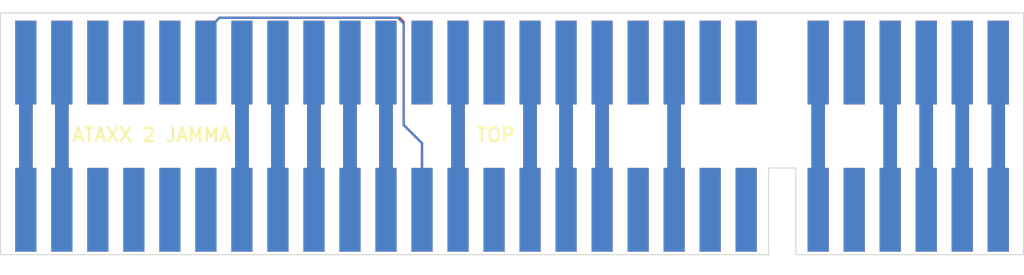
<source format=kicad_pcb>
(kicad_pcb (version 20221018) (generator pcbnew)
  (layers (0 "F.Cu" signal) (31 "B.Cu" signal) (34 "B.Paste" user) (35 "F.Paste" user) (36 "B.SilkS" user "B.Silkscreen") (37 "F.SilkS" user "F.Silkscreen") (38 "B.Mask" user) (39 "F.Mask" user) (44 "Edge.Cuts" user))
  (net 0 "")
  (net 1 "Net-(U1-GND-Pad1)")
  (net 2 "Net-(U1-GND-Pad2)")
  (net 3 "Net-(U1-+5V-Pad3)")
  (net 4 "Net-(U1-+5V-Pad4)")
  (net 6 "Net-(U1-+12V-Pad6)")
  (net 9 "Net-(U1-SPEAKER(+))")
  (net 11 "Net-(U1-VIDEO_RED)")
  (net 12 "Net-(U1-VIDEO_BLUE)")
  (net 13 "Net-(U1-VIDEO_GND)")
  (net 15 "Net-(U1-COIN_1)")
  (net 16 "Net-(U1-P1_START)")
  (net 17 "Net-(U1-P1_UP)")
  (net 18 "Net-(U1-P1_DOWN)")
  (net 19 "Net-(U1-P1_LEFT)")
  (net 20 "Net-(U1-P1_RIGHT)")
  (net 21 "Net-(U1-P1_BUTTON_1)")
  (net 26 "Net-(U1-GND-Pad27)")
  (net 27 "Net-(U1-GND-Pad28)")
  (net 28 "Net-(U1-GND-PadA)")
  (net 29 "Net-(U1-GND-PadB)")
  (net 30 "Net-(U1-+5V-PadC)")
  (net 31 "Net-(U1-+5V-PadD)")
  (net 33 "Net-(U1-+12V-PadF)")
  (net 36 "Net-(U1-SPEAKER(-))")
  (net 38 "Net-(U1-VIDEO_GREEN)")
  (net 39 "Net-(U1-VIDEO_SYNC)")
  (net 40 "Net-(U1-SERVICE)")
  (net 42 "Net-(U1-COIN_2)")
  (net 43 "Net-(U1-P2_START)")
  (net 44 "Net-(U1-P2_UP)")
  (net 45 "Net-(U1-P2_DOWN)")
  (net 46 "Net-(U1-P2_LEFT)")
  (net 47 "Net-(U1-P2_RIGHT)")
  (net 48 "Net-(U1-P2_BUTTON_1)")
  (net 53 "Net-(U1-GND-Pade)")
  (net 54 "Net-(U1-GND-Padf)")
  (footprint "Jamma:JAMMA" (layer "F.Cu") (at 159.435 79.635 180)
    (fp_text reference "U2" hide)
    (fp_text value "ATAXX")
    (pad "1" smd rect (at -53.34 0 180) (size 2.33 9.22) (layers "F.Cu" "F.Paste" "F.Mask") (net 1 "Net-(U1-GND-Pad1)"))
    (pad "2" smd rect (at -49.38 0 180) (size 2.33 9.22) (layers "F.Cu" "F.Paste" "F.Mask") (net 2 "Net-(U1-GND-Pad2)"))
    (pad "3" smd rect (at -45.42 0 180) (size 2.33 9.22) (layers "F.Cu" "F.Paste" "F.Mask") (net 3 "Net-(U1-+5V-Pad3)"))
    (pad "4" smd rect (at -41.46 0 180) (size 2.33 9.22) (layers "F.Cu" "F.Paste" "F.Mask") (net 4 "Net-(U1-+5V-Pad4)"))
    (pad "5" smd rect (at -37.5 0 180) (size 2.33 9.22) (layers "F.Cu" "F.Paste" "F.Mask"))
    (pad "6" smd rect (at -33.54 0 180) (size 2.33 9.22) (layers "F.Cu" "F.Paste" "F.Mask") (net 6 "Net-(U1-+12V-Pad6)"))
    (pad "8" smd rect (at -25.62 0 180) (size 2.33 9.22) (layers "F.Cu" "F.Paste" "F.Mask"))
    (pad "9" smd rect (at -21.66 0 180) (size 2.33 9.22) (layers "F.Cu" "F.Paste" "F.Mask"))
    (pad "10" smd rect (at -17.7 0 180) (size 2.33 9.22) (layers "F.Cu" "F.Paste" "F.Mask") (net 9 "Net-(U1-SPEAKER(+))"))
    (pad "11" smd rect (at -13.74 0 180) (size 2.33 9.22) (layers "F.Cu" "F.Paste" "F.Mask"))
    (pad "12" smd rect (at -9.78 0 180) (size 2.33 9.22) (layers "F.Cu" "F.Paste" "F.Mask") (net 11 "Net-(U1-VIDEO_RED)"))
    (pad "13" smd rect (at -5.82 0 180) (size 2.33 9.22) (layers "F.Cu" "F.Paste" "F.Mask") (net 12 "Net-(U1-VIDEO_BLUE)"))
    (pad "14" smd rect (at -1.86 0 180) (size 2.33 9.22) (layers "F.Cu" "F.Paste" "F.Mask") (net 13 "Net-(U1-VIDEO_GND)"))
    (pad "15" smd rect (at 2.1 0 180) (size 2.33 9.22) (layers "F.Cu" "F.Paste" "F.Mask"))
    (pad "16" smd rect (at 6.06 0 180) (size 2.33 9.22) (layers "F.Cu" "F.Paste" "F.Mask") (net 15 "Net-(U1-COIN_1)"))
    (pad "17" smd rect (at 10.02 0 180) (size 2.33 9.22) (layers "F.Cu" "F.Paste" "F.Mask"))
    (pad "18" smd rect (at 13.98 0 180) (size 2.33 9.22) (layers "F.Cu" "F.Paste" "F.Mask") (net 17 "Net-(U1-P1_UP)"))
    (pad "19" smd rect (at 17.94 0 180) (size 2.33 9.22) (layers "F.Cu" "F.Paste" "F.Mask") (net 18 "Net-(U1-P1_DOWN)"))
    (pad "20" smd rect (at 21.9 0 180) (size 2.33 9.22) (layers "F.Cu" "F.Paste" "F.Mask") (net 19 "Net-(U1-P1_LEFT)"))
    (pad "21" smd rect (at 25.86 0 180) (size 2.33 9.22) (layers "F.Cu" "F.Paste" "F.Mask") (net 20 "Net-(U1-P1_RIGHT)"))
    (pad "22" smd rect (at 29.82 0 180) (size 2.33 9.22) (layers "F.Cu" "F.Paste" "F.Mask") (net 21 "Net-(U1-P1_BUTTON_1)"))
    (pad "23" smd rect (at 33.78 0 180) (size 2.33 9.22) (layers "F.Cu" "F.Paste" "F.Mask") (net 16 "Net-(U1-P1_START)"))
    (pad "24" smd rect (at 37.74 0 180) (size 2.33 9.22) (layers "F.Cu" "F.Paste" "F.Mask"))
    (pad "25" smd rect (at 41.7 0 180) (size 2.33 9.22) (layers "F.Cu" "F.Paste" "F.Mask"))
    (pad "26" smd rect (at 45.66 0 180) (size 2.33 9.22) (layers "F.Cu" "F.Paste" "F.Mask"))
    (pad "27" smd rect (at 49.62 0 180) (size 2.33 9.22) (layers "F.Cu" "F.Paste" "F.Mask") (net 26 "Net-(U1-GND-Pad27)"))
    (pad "28" smd rect (at 53.58 0 180) (size 2.33 9.22) (layers "F.Cu" "F.Paste" "F.Mask") (net 27 "Net-(U1-GND-Pad28)"))
    (pad "A" smd rect (at -53.34 0 180) (size 2.33 9.22) (layers "B.Cu" "B.Paste" "B.Mask") (net 28 "Net-(U1-GND-PadA)"))
    (pad "B" smd rect (at -49.38 0 180) (size 2.33 9.22) (layers "B.Cu" "B.Paste" "B.Mask") (net 29 "Net-(U1-GND-PadB)"))
    (pad "C" smd rect (at -45.42 0 180) (size 2.33 9.22) (layers "B.Cu" "B.Paste" "B.Mask") (net 30 "Net-(U1-+5V-PadC)"))
    (pad "D" smd rect (at -41.46 0 180) (size 2.33 9.22) (layers "B.Cu" "B.Paste" "B.Mask") (net 31 "Net-(U1-+5V-PadD)"))
    (pad "E" smd rect (at -37.5 0 180) (size 2.33 9.22) (layers "B.Cu" "B.Paste" "B.Mask"))
    (pad "F" smd rect (at -33.54 0 180) (size 2.33 9.22) (layers "B.Cu" "B.Paste" "B.Mask") (net 33 "Net-(U1-+12V-PadF)"))
    (pad "J" smd rect (at -25.62 0 180) (size 2.33 9.22) (layers "B.Cu" "B.Paste" "B.Mask"))
    (pad "K" smd rect (at -21.66 0 180) (size 2.33 9.22) (layers "B.Cu" "B.Paste" "B.Mask"))
    (pad "L" smd rect (at -17.7 0 180) (size 2.33 9.22) (layers "B.Cu" "B.Paste" "B.Mask") (net 36 "Net-(U1-SPEAKER(-))"))
    (pad "M" smd rect (at -13.74 0 180) (size 2.33 9.22) (layers "B.Cu" "B.Paste" "B.Mask"))
    (pad "N" smd rect (at -9.78 0 180) (size 2.33 9.22) (layers "B.Cu" "B.Paste" "B.Mask") (net 38 "Net-(U1-VIDEO_GREEN)"))
    (pad "P" smd rect (at -5.82 0 180) (size 2.33 9.22) (layers "B.Cu" "B.Paste" "B.Mask") (net 39 "Net-(U1-VIDEO_SYNC)"))
    (pad "R" smd rect (at -1.86 0 180) (size 2.33 9.22) (layers "B.Cu" "B.Paste" "B.Mask") (net 40 "Net-(U1-SERVICE)"))
    (pad "S" smd rect (at 2.1 0 180) (size 2.33 9.22) (layers "B.Cu" "B.Paste" "B.Mask"))
    (pad "T" smd rect (at 6.06 0 180) (size 2.33 9.22) (layers "B.Cu" "B.Paste" "B.Mask") (net 42 "Net-(U1-COIN_2)"))
    (pad "U" smd rect (at 10.02 0 180) (size 2.33 9.22) (layers "B.Cu" "B.Paste" "B.Mask"))
    (pad "V" smd rect (at 13.98 0 180) (size 2.33 9.22) (layers "B.Cu" "B.Paste" "B.Mask") (net 44 "Net-(U1-P2_UP)"))
    (pad "W" smd rect (at 17.94 0 180) (size 2.33 9.22) (layers "B.Cu" "B.Paste" "B.Mask") (net 45 "Net-(U1-P2_DOWN)"))
    (pad "X" smd rect (at 21.9 0 180) (size 2.33 9.22) (layers "B.Cu" "B.Paste" "B.Mask") (net 46 "Net-(U1-P2_LEFT)"))
    (pad "Y" smd rect (at 25.86 0 180) (size 2.33 9.22) (layers "B.Cu" "B.Paste" "B.Mask") (net 47 "Net-(U1-P2_RIGHT)"))
    (pad "Z" smd rect (at 29.82 0 180) (size 2.33 9.22) (layers "B.Cu" "B.Paste" "B.Mask") (net 48 "Net-(U1-P2_BUTTON_1)"))
    (pad "a" smd rect (at 33.78 0 180) (size 2.33 9.22) (layers "B.Cu" "B.Paste" "B.Mask") (net 43 "Net-(U1-P2_START)"))
    (pad "b" smd rect (at 37.74 0 180) (size 2.33 9.22) (layers "B.Cu" "B.Paste" "B.Mask"))
    (pad "c" smd rect (at 41.7 0 180) (size 2.33 9.22) (layers "B.Cu" "B.Paste" "B.Mask"))
    (pad "d" smd rect (at 45.66 0 180) (size 2.33 9.22) (layers "B.Cu" "B.Paste" "B.Mask"))
    (pad "e" smd rect (at 49.62 0 180) (size 2.33 9.22) (layers "B.Cu" "B.Paste" "B.Mask") (net 53 "Net-(U1-GND-Pade)"))
    (pad "f" smd rect (at 53.58 0 180) (size 2.33 9.22) (layers "B.Cu" "B.Paste" "B.Mask") (net 54 "Net-(U1-GND-Padf)"))
  )
  (footprint "Jamma:JAMMA" (layer "F.Cu") (at 159.435 95.855 180)
    (fp_text reference "U1" hide)
    (fp_text value "JAMMA")
    (pad "1" smd rect (at -53.34 0 180) (size 2.33 9.22) (layers "F.Cu" "F.Paste" "F.Mask") (net 1 "Net-(U1-GND-Pad1)"))
    (pad "2" smd rect (at -49.38 0 180) (size 2.33 9.22) (layers "F.Cu" "F.Paste" "F.Mask") (net 2 "Net-(U1-GND-Pad2)"))
    (pad "3" smd rect (at -45.42 0 180) (size 2.33 9.22) (layers "F.Cu" "F.Paste" "F.Mask") (net 3 "Net-(U1-+5V-Pad3)"))
    (pad "4" smd rect (at -41.46 0 180) (size 2.33 9.22) (layers "F.Cu" "F.Paste" "F.Mask") (net 4 "Net-(U1-+5V-Pad4)"))
    (pad "5" smd rect (at -37.5 0 180) (size 2.33 9.22) (layers "F.Cu" "F.Paste" "F.Mask"))
    (pad "6" smd rect (at -33.54 0 180) (size 2.33 9.22) (layers "F.Cu" "F.Paste" "F.Mask") (net 6 "Net-(U1-+12V-Pad6)"))
    (pad "8" smd rect (at -25.62 0 180) (size 2.33 9.22) (layers "F.Cu" "F.Paste" "F.Mask"))
    (pad "9" smd rect (at -21.66 0 180) (size 2.33 9.22) (layers "F.Cu" "F.Paste" "F.Mask"))
    (pad "10" smd rect (at -17.7 0 180) (size 2.33 9.22) (layers "F.Cu" "F.Paste" "F.Mask") (net 9 "Net-(U1-SPEAKER(+))"))
    (pad "11" smd rect (at -13.74 0 180) (size 2.33 9.22) (layers "F.Cu" "F.Paste" "F.Mask"))
    (pad "12" smd rect (at -9.78 0 180) (size 2.33 9.22) (layers "F.Cu" "F.Paste" "F.Mask") (net 11 "Net-(U1-VIDEO_RED)"))
    (pad "13" smd rect (at -5.82 0 180) (size 2.33 9.22) (layers "F.Cu" "F.Paste" "F.Mask") (net 12 "Net-(U1-VIDEO_BLUE)"))
    (pad "14" smd rect (at -1.86 0 180) (size 2.33 9.22) (layers "F.Cu" "F.Paste" "F.Mask") (net 13 "Net-(U1-VIDEO_GND)"))
    (pad "15" smd rect (at 2.1 0 180) (size 2.33 9.22) (layers "F.Cu" "F.Paste" "F.Mask"))
    (pad "16" smd rect (at 6.06 0 180) (size 2.33 9.22) (layers "F.Cu" "F.Paste" "F.Mask") (net 15 "Net-(U1-COIN_1)"))
    (pad "17" smd rect (at 10.02 0 180) (size 2.33 9.22) (layers "F.Cu" "F.Paste" "F.Mask") (net 16 "Net-(U1-P1_START)"))
    (pad "18" smd rect (at 13.98 0 180) (size 2.33 9.22) (layers "F.Cu" "F.Paste" "F.Mask") (net 17 "Net-(U1-P1_UP)"))
    (pad "19" smd rect (at 17.94 0 180) (size 2.33 9.22) (layers "F.Cu" "F.Paste" "F.Mask") (net 18 "Net-(U1-P1_DOWN)"))
    (pad "20" smd rect (at 21.9 0 180) (size 2.33 9.22) (layers "F.Cu" "F.Paste" "F.Mask") (net 19 "Net-(U1-P1_LEFT)"))
    (pad "21" smd rect (at 25.86 0 180) (size 2.33 9.22) (layers "F.Cu" "F.Paste" "F.Mask") (net 20 "Net-(U1-P1_RIGHT)"))
    (pad "22" smd rect (at 29.82 0 180) (size 2.33 9.22) (layers "F.Cu" "F.Paste" "F.Mask") (net 21 "Net-(U1-P1_BUTTON_1)"))
    (pad "23" smd rect (at 33.78 0 180) (size 2.33 9.22) (layers "F.Cu" "F.Paste" "F.Mask"))
    (pad "24" smd rect (at 37.74 0 180) (size 2.33 9.22) (layers "F.Cu" "F.Paste" "F.Mask"))
    (pad "25" smd rect (at 41.7 0 180) (size 2.33 9.22) (layers "F.Cu" "F.Paste" "F.Mask"))
    (pad "26" smd rect (at 45.66 0 180) (size 2.33 9.22) (layers "F.Cu" "F.Paste" "F.Mask"))
    (pad "27" smd rect (at 49.62 0 180) (size 2.33 9.22) (layers "F.Cu" "F.Paste" "F.Mask") (net 26 "Net-(U1-GND-Pad27)"))
    (pad "28" smd rect (at 53.58 0 180) (size 2.33 9.22) (layers "F.Cu" "F.Paste" "F.Mask") (net 27 "Net-(U1-GND-Pad28)"))
    (pad "A" smd rect (at -53.34 0 180) (size 2.33 9.22) (layers "B.Cu" "B.Paste" "B.Mask") (net 28 "Net-(U1-GND-PadA)"))
    (pad "B" smd rect (at -49.38 0 180) (size 2.33 9.22) (layers "B.Cu" "B.Paste" "B.Mask") (net 29 "Net-(U1-GND-PadB)"))
    (pad "C" smd rect (at -45.42 0 180) (size 2.33 9.22) (layers "B.Cu" "B.Paste" "B.Mask") (net 30 "Net-(U1-+5V-PadC)"))
    (pad "D" smd rect (at -41.46 0 180) (size 2.33 9.22) (layers "B.Cu" "B.Paste" "B.Mask") (net 31 "Net-(U1-+5V-PadD)"))
    (pad "E" smd rect (at -37.5 0 180) (size 2.33 9.22) (layers "B.Cu" "B.Paste" "B.Mask"))
    (pad "F" smd rect (at -33.54 0 180) (size 2.33 9.22) (layers "B.Cu" "B.Paste" "B.Mask") (net 33 "Net-(U1-+12V-PadF)"))
    (pad "J" smd rect (at -25.62 0 180) (size 2.33 9.22) (layers "B.Cu" "B.Paste" "B.Mask"))
    (pad "K" smd rect (at -21.66 0 180) (size 2.33 9.22) (layers "B.Cu" "B.Paste" "B.Mask"))
    (pad "L" smd rect (at -17.7 0 180) (size 2.33 9.22) (layers "B.Cu" "B.Paste" "B.Mask") (net 36 "Net-(U1-SPEAKER(-))"))
    (pad "M" smd rect (at -13.74 0 180) (size 2.33 9.22) (layers "B.Cu" "B.Paste" "B.Mask"))
    (pad "N" smd rect (at -9.78 0 180) (size 2.33 9.22) (layers "B.Cu" "B.Paste" "B.Mask") (net 38 "Net-(U1-VIDEO_GREEN)"))
    (pad "P" smd rect (at -5.82 0 180) (size 2.33 9.22) (layers "B.Cu" "B.Paste" "B.Mask") (net 39 "Net-(U1-VIDEO_SYNC)"))
    (pad "R" smd rect (at -1.86 0 180) (size 2.33 9.22) (layers "B.Cu" "B.Paste" "B.Mask") (net 40 "Net-(U1-SERVICE)"))
    (pad "S" smd rect (at 2.1 0 180) (size 2.33 9.22) (layers "B.Cu" "B.Paste" "B.Mask"))
    (pad "T" smd rect (at 6.06 0 180) (size 2.33 9.22) (layers "B.Cu" "B.Paste" "B.Mask") (net 42 "Net-(U1-COIN_2)"))
    (pad "U" smd rect (at 10.02 0 180) (size 2.33 9.22) (layers "B.Cu" "B.Paste" "B.Mask") (net 43 "Net-(U1-P2_START)"))
    (pad "V" smd rect (at 13.98 0 180) (size 2.33 9.22) (layers "B.Cu" "B.Paste" "B.Mask") (net 44 "Net-(U1-P2_UP)"))
    (pad "W" smd rect (at 17.94 0 180) (size 2.33 9.22) (layers "B.Cu" "B.Paste" "B.Mask") (net 45 "Net-(U1-P2_DOWN)"))
    (pad "X" smd rect (at 21.9 0 180) (size 2.33 9.22) (layers "B.Cu" "B.Paste" "B.Mask") (net 46 "Net-(U1-P2_LEFT)"))
    (pad "Y" smd rect (at 25.86 0 180) (size 2.33 9.22) (layers "B.Cu" "B.Paste" "B.Mask") (net 47 "Net-(U1-P2_RIGHT)"))
    (pad "Z" smd rect (at 29.82 0 180) (size 2.33 9.22) (layers "B.Cu" "B.Paste" "B.Mask") (net 48 "Net-(U1-P2_BUTTON_1)"))
    (pad "a" smd rect (at 33.78 0 180) (size 2.33 9.22) (layers "B.Cu" "B.Paste" "B.Mask"))
    (pad "b" smd rect (at 37.74 0 180) (size 2.33 9.22) (layers "B.Cu" "B.Paste" "B.Mask"))
    (pad "c" smd rect (at 41.7 0 180) (size 2.33 9.22) (layers "B.Cu" "B.Paste" "B.Mask"))
    (pad "d" smd rect (at 45.66 0 180) (size 2.33 9.22) (layers "B.Cu" "B.Paste" "B.Mask"))
    (pad "e" smd rect (at 49.62 0 180) (size 2.33 9.22) (layers "B.Cu" "B.Paste" "B.Mask") (net 53 "Net-(U1-GND-Pade)"))
    (pad "f" smd rect (at 53.58 0 180) (size 2.33 9.22) (layers "B.Cu" "B.Paste" "B.Mask") (net 54 "Net-(U1-GND-Padf)"))
  )
  (gr_line (start 215.56 100.8) (end 190.515 100.8) (stroke (width 0.1)) (layer "Edge.Cuts"))
  (gr_line (start 215.565 74.17) (end 187.515 74.17) (stroke (width 0.1)) (layer "Edge.Cuts"))
  (gr_line (start 187.515 100.8) (end 187.515 91.245) (stroke (width 0.1)) (layer "Edge.Cuts"))
  (gr_line (start 103.06 100.8) (end 103.065 74.17) (stroke (width 0.1)) (layer "Edge.Cuts"))
  (gr_line (start 190.515 100.8) (end 190.515 91.245) (stroke (width 0.1)) (layer "Edge.Cuts"))
  (gr_line (start 190.515 76.48) (end 190.515 76.48) (stroke (width 0.1)) (layer "Edge.Cuts"))
  (gr_line (start 187.515 91.245) (end 190.515 91.245) (stroke (width 0.1)) (layer "Edge.Cuts"))
  (gr_line (start 215.56 100.8) (end 215.565 74.17) (stroke (width 0.1)) (layer "Edge.Cuts"))
  (gr_line (start 187.515 100.8) (end 103.06 100.8) (stroke (width 0.1)) (layer "Edge.Cuts"))
  (gr_line (start 187.515 74.17) (end 103.065 74.17) (stroke (width 0.1)) (layer "Edge.Cuts"))
  (gr_text "ATAXX 2 JAMMA" (at 110.8 88.48) (layer "F.SilkS") (effects (font (size 1.5 1.5) (thickness 0.25) bold) (justify left bottom)))
  (gr_text "TOP" (at 155.25 88.48) (layer "F.SilkS") (effects (font (size 1.5 1.5) (thickness 0.25) bold) (justify left bottom)))
  (segment (start 212.775 95.855) (end 212.775 79.635) (width 1.5) (layer "F.Cu") (net 1))
  (segment (start 208.815 95.855) (end 208.815 79.635) (width 1.5) (layer "F.Cu") (net 2))
  (segment (start 204.855 95.855) (end 204.855 79.635) (width 1.5) (layer "F.Cu") (net 3))
  (segment (start 200.895 95.855) (end 200.895 79.635) (width 1.5) (layer "F.Cu") (net 4))
  (segment (start 192.975 95.855) (end 192.975 79.635) (width 1.5) (layer "F.Cu") (net 6))
  (segment (start 177.135 95.855) (end 177.135 79.635) (width 1.5) (layer "F.Cu") (net 9))
  (segment (start 169.215 95.855) (end 169.215 79.635) (width 1.5) (layer "F.Cu") (net 11))
  (segment (start 165.255 95.855) (end 165.255 79.635) (width 1.5) (layer "F.Cu") (net 12))
  (segment (start 161.295 95.855) (end 161.295 79.635) (width 1.5) (layer "F.Cu") (net 13))
  (segment (start 153.375 95.855) (end 153.375 79.635) (width 1.5) (layer "F.Cu") (net 15))
  (segment (start 127.145 74.7) (end 125.655 76.19) (width 0.25) (layer "F.Cu") (net 16))
  (segment (start 125.655 76.19) (end 125.655 79.635) (width 0.25) (layer "F.Cu") (net 16))
  (segment (start 147.39 86.49) (end 147.39 75.145) (width 0.25) (layer "F.Cu") (net 16))
  (segment (start 149.415 95.855) (end 149.415 88.515) (width 0.25) (layer "F.Cu") (net 16))
  (segment (start 147.39 75.145) (end 146.945 74.7) (width 0.25) (layer "F.Cu") (net 16))
  (segment (start 149.415 88.515) (end 147.39 86.49) (width 0.25) (layer "F.Cu") (net 16))
  (segment (start 146.945 74.7) (end 127.145 74.7) (width 0.25) (layer "F.Cu") (net 16))
  (segment (start 145.455 95.855) (end 145.455 79.635) (width 1.5) (layer "F.Cu") (net 17))
  (segment (start 141.495 95.855) (end 141.495 79.635) (width 1.5) (layer "F.Cu") (net 18))
  (segment (start 137.535 95.855) (end 137.535 79.635) (width 1.5) (layer "F.Cu") (net 19))
  (segment (start 133.575 95.855) (end 133.575 79.635) (width 1.5) (layer "F.Cu") (net 20))
  (segment (start 129.615 95.855) (end 129.615 79.635) (width 1.5) (layer "F.Cu") (net 21))
  (segment (start 109.815 95.855) (end 109.815 79.635) (width 1.5) (layer "F.Cu") (net 26))
  (segment (start 105.855 95.855) (end 105.855 79.635) (width 1.5) (layer "F.Cu") (net 27))
  (segment (start 212.775 95.855) (end 212.775 79.635) (width 1.5) (layer "B.Cu") (net 28))
  (segment (start 208.815 95.855) (end 208.815 79.635) (width 1.5) (layer "B.Cu") (net 29))
  (segment (start 204.855 95.855) (end 204.855 79.635) (width 1.5) (layer "B.Cu") (net 30))
  (segment (start 200.895 95.855) (end 200.895 79.635) (width 1.5) (layer "B.Cu") (net 31))
  (segment (start 192.975 95.855) (end 192.975 79.635) (width 1.5) (layer "B.Cu") (net 33))
  (segment (start 177.135 95.855) (end 177.135 79.635) (width 1.5) (layer "B.Cu") (net 36))
  (segment (start 169.215 95.855) (end 169.215 79.635) (width 1.5) (layer "B.Cu") (net 38))
  (segment (start 165.255 95.855) (end 165.255 79.635) (width 1.5) (layer "B.Cu") (net 39))
  (segment (start 161.295 95.855) (end 161.295 79.635) (width 1.5) (layer "B.Cu") (net 40))
  (segment (start 153.375 95.855) (end 153.375 79.635) (width 1.5) (layer "B.Cu") (net 42))
  (segment (start 125.655 76.19) (end 127.145 74.7) (width 0.25) (layer "B.Cu") (net 43))
  (segment (start 149.415 88.535) (end 147.59 86.71) (width 0.25) (layer "B.Cu") (net 43))
  (segment (start 146.76 74.7) (end 147.4 75.34) (width 0.25) (layer "B.Cu") (net 43))
  (segment (start 147.4 86.52) (end 147.4 75.65) (width 0.25) (layer "B.Cu") (net 43))
  (segment (start 125.655 79.635) (end 125.655 76.19) (width 0.25) (layer "B.Cu") (net 43))
  (segment (start 149.415 95.855) (end 149.415 88.535) (width 0.25) (layer "B.Cu") (net 43))
  (segment (start 147.4 75.34) (end 147.4 75.65) (width 0.25) (layer "B.Cu") (net 43))
  (segment (start 127.145 74.7) (end 146.76 74.7) (width 0.25) (layer "B.Cu") (net 43))
  (segment (start 147.59 86.71) (end 147.4 86.52) (width 0.25) (layer "B.Cu") (net 43))
  (segment (start 145.455 95.855) (end 145.455 79.635) (width 1.5) (layer "B.Cu") (net 44))
  (segment (start 141.495 95.855) (end 141.495 79.635) (width 1.5) (layer "B.Cu") (net 45))
  (segment (start 137.535 95.855) (end 137.535 79.635) (width 1.5) (layer "B.Cu") (net 46))
  (segment (start 133.575 95.855) (end 133.575 79.635) (width 1.5) (layer "B.Cu") (net 47))
  (segment (start 129.615 95.855) (end 129.615 79.635) (width 1.5) (layer "B.Cu") (net 48))
  (segment (start 109.815 95.855) (end 109.815 79.635) (width 1.5) (layer "B.Cu") (net 53))
  (segment (start 105.855 95.855) (end 105.855 79.635) (width 1.5) (layer "B.Cu") (net 54))
)
</source>
